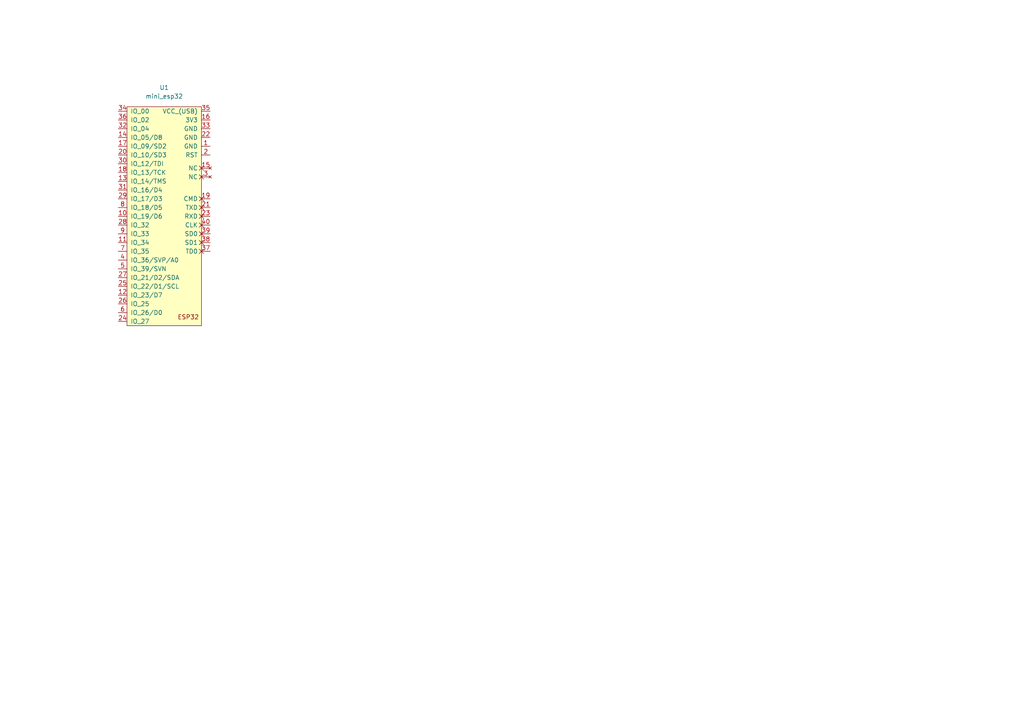
<source format=kicad_sch>
(kicad_sch (version 20211123) (generator eeschema)
  (paper "A4")
  (lib_symbols
    (symbol "ESP32_mini:mini_esp32" (pin_names (offset 1.016))
      (property "Reference" "U" (at -7.62 -50.8 0))
      (property "Value" "mini_esp32" (at 5.08 -59.69 0))
      (symbol "mini_esp32_0_0"
        (text "ESP32" (at 7.62 -62.23 0) (effects (font (size 1.27 1.27))))
        (pin power_in line (at 13.97 -12.7 180) (length 2.54) (name "GND") (number "1"))
        (pin input line (at 13.97 -15.24 180) (length 2.54) (name "RST") (number "2"))
        (pin no_connect non_logic (at 13.97 -21.59 180) (length 2.54) (name "NC") (number "3"))
        (pin bidirectional line (at -12.7 -45.72 0) (length 2.54) (name "IO_36/SVP/A0") (number "4"))
        (pin bidirectional line (at -12.7 -48.26 0) (length 2.54) (name "IO_39/SVN") (number "5"))
      )
      (symbol "mini_esp32_0_1"
        (rectangle (start -10.16 -1.27) (end 11.43 -64.77) (fill (type background)))
      )
      (symbol "mini_esp32_1_1"
        (pin bidirectional line (at -12.7 -33.02 0) (length 2.54) (name "IO_19/D6") (number "10"))
        (pin bidirectional line (at -12.7 -40.64 0) (length 2.54) (name "IO_34") (number "11"))
        (pin bidirectional line (at -12.7 -55.88 0) (length 2.54) (name "IO_23/D7") (number "12"))
        (pin bidirectional line (at -12.7 -22.86 0) (length 2.54) (name "IO_14/TMS") (number "13"))
        (pin bidirectional line (at -12.7 -10.16 0) (length 2.54) (name "IO_05/D8") (number "14"))
        (pin no_connect non_logic (at 13.97 -19.05 180) (length 2.54) (name "NC") (number "15"))
        (pin power_in line (at 13.97 -5.08 180) (length 2.54) (name "3V3") (number "16"))
        (pin bidirectional line (at -12.7 -12.7 0) (length 2.54) (name "IO_09/SD2") (number "17"))
        (pin bidirectional line (at -12.7 -20.32 0) (length 2.54) (name "IO_13/TCK") (number "18"))
        (pin passive non_logic (at 13.97 -27.94 180) (length 2.54) (name "CMD") (number "19"))
        (pin bidirectional line (at -12.7 -15.24 0) (length 2.54) (name "IO_10/SD3") (number "20"))
        (pin passive non_logic (at 13.97 -30.48 180) (length 2.54) (name "TXD") (number "21"))
        (pin power_in line (at 13.97 -10.16 180) (length 2.54) (name "GND") (number "22"))
        (pin passive non_logic (at 13.97 -33.02 180) (length 2.54) (name "RXD") (number "23"))
        (pin bidirectional line (at -12.7 -63.5 0) (length 2.54) (name "IO_27") (number "24"))
        (pin bidirectional line (at -12.7 -53.34 0) (length 2.54) (name "IO_22/D1/SCL") (number "25"))
        (pin bidirectional line (at -12.7 -58.42 0) (length 2.54) (name "IO_25") (number "26"))
        (pin bidirectional line (at -12.7 -50.8 0) (length 2.54) (name "IO_21/D2/SDA") (number "27"))
        (pin bidirectional line (at -12.7 -35.56 0) (length 2.54) (name "IO_32") (number "28"))
        (pin bidirectional line (at -12.7 -27.94 0) (length 2.54) (name "IO_17/D3") (number "29"))
        (pin bidirectional line (at -12.7 -17.78 0) (length 2.54) (name "IO_12/TDI") (number "30"))
        (pin bidirectional line (at -12.7 -25.4 0) (length 2.54) (name "IO_16/D4") (number "31"))
        (pin bidirectional line (at -12.7 -7.62 0) (length 2.54) (name "IO_04") (number "32"))
        (pin power_in line (at 13.97 -7.62 180) (length 2.54) (name "GND") (number "33"))
        (pin bidirectional line (at -12.7 -2.54 0) (length 2.54) (name "IO_00") (number "34"))
        (pin power_in line (at 13.97 -2.54 180) (length 2.54) (name "VCC_(USB)") (number "35"))
        (pin bidirectional line (at -12.7 -5.08 0) (length 2.54) (name "IO_02") (number "36"))
        (pin passive non_logic (at 13.97 -43.18 180) (length 2.54) (name "TD0") (number "37"))
        (pin passive non_logic (at 13.97 -40.64 180) (length 2.54) (name "SD1") (number "38"))
        (pin passive non_logic (at 13.97 -38.1 180) (length 2.54) (name "SD0") (number "39"))
        (pin passive non_logic (at 13.97 -35.56 180) (length 2.54) (name "CLK") (number "40"))
        (pin bidirectional line (at -12.7 -60.96 0) (length 2.54) (name "IO_26/D0") (number "6"))
        (pin bidirectional line (at -12.7 -43.18 0) (length 2.54) (name "IO_35") (number "7"))
        (pin bidirectional line (at -12.7 -30.48 0) (length 2.54) (name "IO_18/D5") (number "8"))
        (pin bidirectional line (at -12.7 -38.1 0) (length 2.54) (name "IO_33") (number "9"))
      )
    )
  )
  (symbol (lib_id "ESP32_mini:mini_esp32") (at 46.99 29.718 0) (unit 1)
    (property "Reference" "U1" (at 47.625 25.4 0))
    (property "Value" "mini_esp32" (at 47.625 27.94 0))
  )
)
</source>
